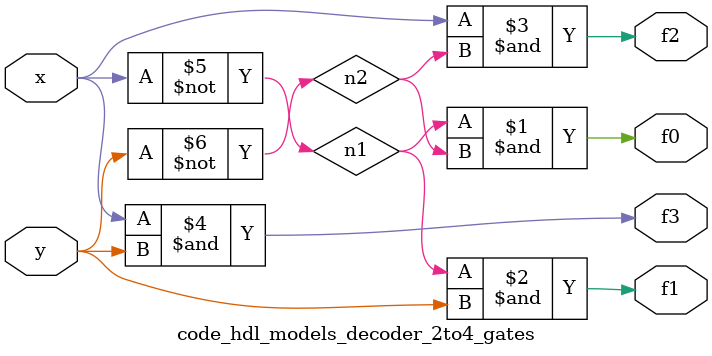
<source format=sv>
module code_hdl_models_decoder_2to4_gates (x,y,f0,f1,f2,f3);
input x,y;
output f0,f1,f2,f3;

wire n1,n2;

not i1 (n1,x);
not i2 (n2,y);
and a1 (f0,n1,n2);
and a2 (f1,n1,y);
and a3 (f2,x,n2);
and a4 (f3,x,y);

endmodule

</source>
